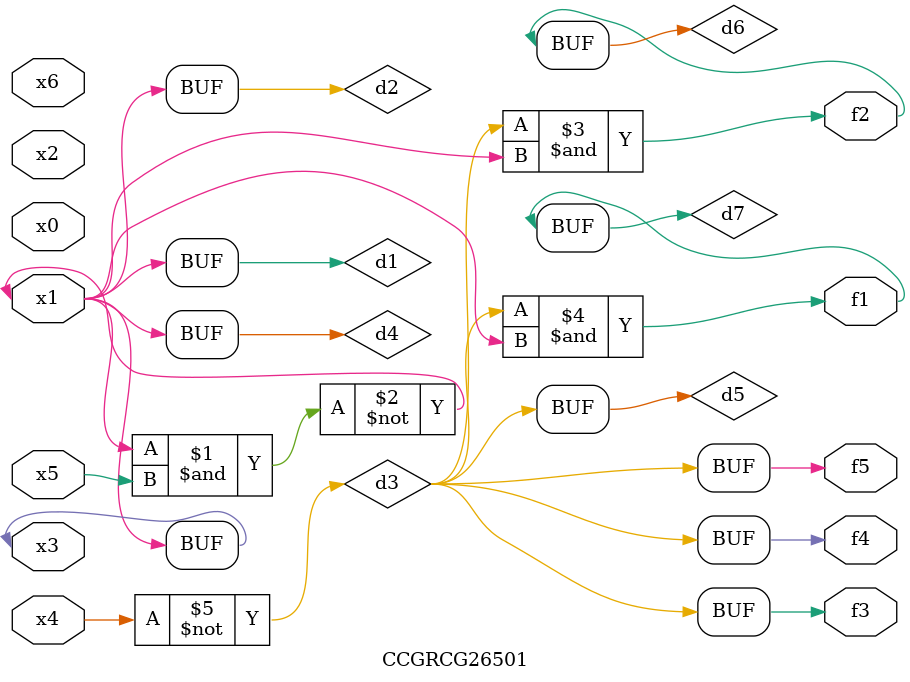
<source format=v>
module CCGRCG26501(
	input x0, x1, x2, x3, x4, x5, x6,
	output f1, f2, f3, f4, f5
);

	wire d1, d2, d3, d4, d5, d6, d7;

	buf (d1, x1, x3);
	nand (d2, x1, x5);
	not (d3, x4);
	buf (d4, d1, d2);
	buf (d5, d3);
	and (d6, d3, d4);
	and (d7, d3, d4);
	assign f1 = d7;
	assign f2 = d6;
	assign f3 = d5;
	assign f4 = d5;
	assign f5 = d5;
endmodule

</source>
